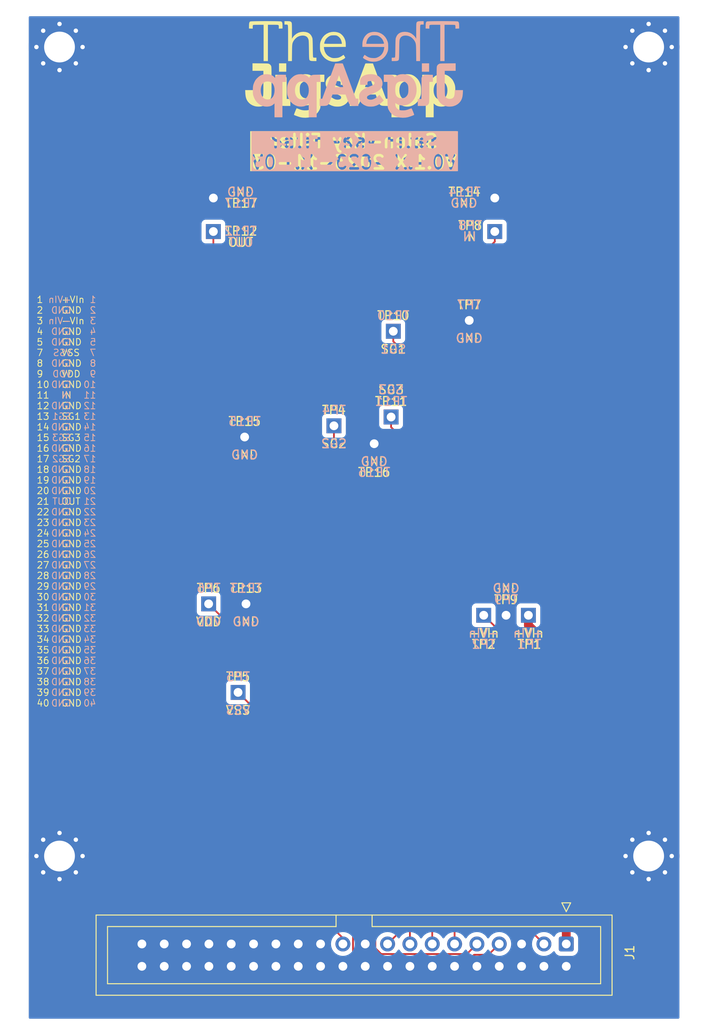
<source format=kicad_pcb>
(kicad_pcb (version 20221018) (generator pcbnew)
  (title_block (title "Salen-Key Filter") (date "2023-11-03") (rev "0.1.X") (company "TheJigsApp"))
  (layers (0 "F.Cu" signal) (31 "B.Cu" signal) (34 "B.Paste" user) (35 "F.Paste" user) (36 "B.SilkS" user "B.Silkscreen") (37 "F.SilkS" user "F.Silkscreen") (38 "B.Mask" user) (39 "F.Mask" user) (44 "Edge.Cuts" user))
  (net 0 "")
  (net 1 "+VIn")
  (net 2 "-VIn")
  (net 3 "GND")
  (net 4 "IN")
  (net 5 "OUT")
  (net 6 "SG1")
  (net 7 "SG2")
  (net 8 "SG3")
  (net 9 "VDD")
  (net 10 "VSS")
  (footprint "test-probes:R100-2W" (layer "F.Cu") (at 136.805 127.389)
    (fp_text reference "TP5" (at 0 -1.778 unlocked) (layer "F.SilkS"))
    (fp_text value "VSS")
    (fp_text user "${REFERENCE}" (at 0 -1.778 unlocked) (layer "B.SilkS") (effects (justify mirror)))
    (fp_text user "${VALUE}" (at 0 2.032 unlocked) (layer "B.SilkS") (effects (justify mirror)))
    (fp_text user "${VALUE}" (at 0 2.032 unlocked) (layer "F.SilkS"))
    (pad "1" thru_hole rect (at 0 0) (size 1.7 1.7) (drill 1) (layers "*.Cu" "*.Mask") (net 10 "VSS"))
  )
  (footprint "MountingHole_3.5mm_Pad_Via_Paste" (layer "F.Cu") (at 183.5 146)
    (fp_text reference "MH4")
    (fp_text value "Conn_01x01_Male")
    (pad "1" thru_hole circle (at -2.625 0) (size 0.8 0.8) (drill 0.5) (layers "*.Cu" "*.Mask") (net 3 "GND"))
    (pad "1" thru_hole circle (at -1.856155 -1.856155) (size 0.8 0.8) (drill 0.5) (layers "*.Cu" "*.Mask") (net 3 "GND"))
    (pad "1" thru_hole circle (at -1.856155 1.856155) (size 0.8 0.8) (drill 0.5) (layers "*.Cu" "*.Mask") (net 3 "GND"))
    (pad "1" thru_hole circle (at 0 -2.625) (size 0.8 0.8) (drill 0.5) (layers "*.Cu" "*.Mask") (net 3 "GND"))
    (pad "1" thru_hole circle (at 0 0) (size 7 7) (drill 3.5) (layers "*.Cu" "*.Mask") (net 3 "GND"))
    (pad "1" thru_hole circle (at 0 2.625) (size 0.8 0.8) (drill 0.5) (layers "*.Cu" "*.Mask") (net 3 "GND"))
    (pad "1" thru_hole circle (at 1.856155 -1.856155) (size 0.8 0.8) (drill 0.5) (layers "*.Cu" "*.Mask") (net 3 "GND"))
    (pad "1" thru_hole circle (at 1.856155 1.856155) (size 0.8 0.8) (drill 0.5) (layers "*.Cu" "*.Mask") (net 3 "GND"))
    (pad "1" thru_hole circle (at 2.625 0) (size 0.8 0.8) (drill 0.5) (layers "*.Cu" "*.Mask") (net 3 "GND"))
  )
  (footprint "test-probes:R100-2W" (layer "F.Cu") (at 147.7095 97.073)
    (fp_text reference "TP4" (at 0 -1.778 unlocked) (layer "F.SilkS"))
    (fp_text value "SG2")
    (fp_text user "${VALUE}" (at 0 2.032 unlocked) (layer "B.SilkS") (effects (justify mirror)))
    (fp_text user "${REFERENCE}" (at 0 -1.778 unlocked) (layer "B.SilkS") (effects (justify mirror)))
    (fp_text user "${VALUE}" (at 0 2.032 unlocked) (layer "F.SilkS"))
    (pad "1" thru_hole rect (at 0 0) (size 1.7 1.7) (drill 1) (layers "*.Cu" "*.Mask") (net 7 "SG2"))
  )
  (footprint "MountingHole_3.5mm_Pad_Via_Paste" (layer "F.Cu") (at 116.5 54)
    (fp_text reference "MH1")
    (fp_text value "Conn_01x01_Male")
    (pad "1" thru_hole circle (at -2.625 0) (size 0.8 0.8) (drill 0.5) (layers "*.Cu" "*.Mask") (net 3 "GND"))
    (pad "1" thru_hole circle (at -1.856155 -1.856155) (size 0.8 0.8) (drill 0.5) (layers "*.Cu" "*.Mask") (net 3 "GND"))
    (pad "1" thru_hole circle (at -1.856155 1.856155) (size 0.8 0.8) (drill 0.5) (layers "*.Cu" "*.Mask") (net 3 "GND"))
    (pad "1" thru_hole circle (at 0 -2.625) (size 0.8 0.8) (drill 0.5) (layers "*.Cu" "*.Mask") (net 3 "GND"))
    (pad "1" thru_hole circle (at 0 0) (size 7 7) (drill 3.5) (layers "*.Cu" "*.Mask") (net 3 "GND"))
    (pad "1" thru_hole circle (at 0 2.625) (size 0.8 0.8) (drill 0.5) (layers "*.Cu" "*.Mask") (net 3 "GND"))
    (pad "1" thru_hole circle (at 1.856155 -1.856155) (size 0.8 0.8) (drill 0.5) (layers "*.Cu" "*.Mask") (net 3 "GND"))
    (pad "1" thru_hole circle (at 1.856155 1.856155) (size 0.8 0.8) (drill 0.5) (layers "*.Cu" "*.Mask") (net 3 "GND"))
    (pad "1" thru_hole circle (at 2.625 0) (size 0.8 0.8) (drill 0.5) (layers "*.Cu" "*.Mask") (net 3 "GND"))
  )
  (footprint "test-probes:R100-2W" (layer "F.Cu") (at 133.998 71.171)
    (fp_text reference "TP17" (at 3.162 0.584 unlocked) (layer "F.SilkS"))
    (fp_text value "GND")
    (fp_text user "${REFERENCE}" (at 3.162 0.584 unlocked) (layer "B.SilkS") (effects (justify mirror)))
    (fp_text user "${VALUE}" (at 3.097 -0.686 unlocked) (layer "B.SilkS") (effects (justify mirror)))
    (fp_text user "${VALUE}" (at 3.097 -0.686 unlocked) (layer "F.SilkS"))
    (pad "1" thru_hole rect (at 0 0) (size 1.7 1.7) (drill 1) (layers "*.Cu" "*.Mask") (net 3 "GND"))
  )
  (footprint "MountingHole_3.5mm_Pad_Via_Paste" (layer "F.Cu") (at 116.5 146)
    (fp_text reference "MH2")
    (fp_text value "Conn_01x01_Male")
    (pad "1" thru_hole circle (at -2.625 0) (size 0.8 0.8) (drill 0.5) (layers "*.Cu" "*.Mask") (net 3 "GND"))
    (pad "1" thru_hole circle (at -1.856155 -1.856155) (size 0.8 0.8) (drill 0.5) (layers "*.Cu" "*.Mask") (net 3 "GND"))
    (pad "1" thru_hole circle (at -1.856155 1.856155) (size 0.8 0.8) (drill 0.5) (layers "*.Cu" "*.Mask") (net 3 "GND"))
    (pad "1" thru_hole circle (at 0 -2.625) (size 0.8 0.8) (drill 0.5) (layers "*.Cu" "*.Mask") (net 3 "GND"))
    (pad "1" thru_hole circle (at 0 0) (size 7 7) (drill 3.5) (layers "*.Cu" "*.Mask") (net 3 "GND"))
    (pad "1" thru_hole circle (at 0 2.625) (size 0.8 0.8) (drill 0.5) (layers "*.Cu" "*.Mask") (net 3 "GND"))
    (pad "1" thru_hole circle (at 1.856155 -1.856155) (size 0.8 0.8) (drill 0.5) (layers "*.Cu" "*.Mask") (net 3 "GND"))
    (pad "1" thru_hole circle (at 1.856155 1.856155) (size 0.8 0.8) (drill 0.5) (layers "*.Cu" "*.Mask") (net 3 "GND"))
    (pad "1" thru_hole circle (at 2.625 0) (size 0.8 0.8) (drill 0.5) (layers "*.Cu" "*.Mask") (net 3 "GND"))
  )
  (footprint "LOGO" (layer "F.Cu") (at 150 55.88)
    (fp_text reference "G***" hide)
    (fp_text value "LOGO" hide)
  )
  (footprint "test-probes:R100-2W" (layer "F.Cu") (at 133.998 74.981)
    (fp_text reference "TP12" (at 3.162 -0.051 unlocked) (layer "F.SilkS"))
    (fp_text value "OUT")
    (fp_text user "${VALUE}" (at 3.097 1.219 unlocked) (layer "B.SilkS") (effects (justify mirror)))
    (fp_text user "${REFERENCE}" (at 3.097 -0.051 unlocked) (layer "B.SilkS") (effects (justify mirror)))
    (fp_text user "${VALUE}" (at 3.097 1.219 unlocked) (layer "F.SilkS"))
    (pad "1" thru_hole rect (at 0 0) (size 1.7 1.7) (drill 1) (layers "*.Cu" "*.Mask") (net 5 "OUT"))
  )
  (footprint "board" (layer "F.Cu") (at 150 107.5)
    (fp_text reference "BOARD" hide)
    (fp_text value "BOARD" hide)
    (fp_line (start -37.5 -57.5) (end -37.5 57.5) (stroke (width 0.00001)) (layer "Edge.Cuts"))
    (fp_line (start -37.5 57.5) (end 37.5 57.5) (stroke (width 0.00001)) (layer "Edge.Cuts"))
    (fp_line (start 37.5 -57.5) (end -37.5 -57.5) (stroke (width 0.00001)) (layer "Edge.Cuts"))
    (fp_line (start 37.5 57.5) (end 37.5 -57.5) (stroke (width 0.00001)) (layer "Edge.Cuts"))
  )
  (footprint "test-probes:R100-2W" (layer "F.Cu") (at 169.825 118.618)
    (fp_text reference "TP1" (at 0.101 3.302 unlocked) (layer "F.SilkS"))
    (fp_text value "+VIn")
    (fp_text user "${REFERENCE}" (at 0.101 3.302 unlocked) (layer "B.SilkS") (effects (justify mirror)))
    (fp_text user "${VALUE}" (at 0 2.032 unlocked) (layer "B.SilkS") (effects (justify mirror)))
    (fp_text user "${VALUE}" (at 0 2.032 unlocked) (layer "F.SilkS"))
    (pad "1" thru_hole rect (at 0 0) (size 1.7 1.7) (drill 1) (layers "*.Cu" "*.Mask") (net 1 "+VIn"))
  )
  (footprint "test-probes:R100-2W" (layer "F.Cu") (at 166.002 71.171)
    (fp_text reference "TP14" (at -3.442 -0.686 unlocked) (layer "F.SilkS"))
    (fp_text value "GND")
    (fp_text user "${VALUE}" (at -3.507 0.584 unlocked) (layer "B.SilkS") (effects (justify mirror)))
    (fp_text user "${REFERENCE}" (at -3.442 -0.686 unlocked) (layer "B.SilkS") (effects (justify mirror)))
    (fp_text user "${VALUE}" (at -3.507 0.584 unlocked) (layer "F.SilkS"))
    (pad "1" thru_hole rect (at 0 0) (size 1.7 1.7) (drill 1) (layers "*.Cu" "*.Mask") (net 3 "GND"))
  )
  (footprint "test-probes:R100-2W" (layer "F.Cu") (at 137.554 98.349)
    (fp_text reference "TP15" (at 0 -1.778 unlocked) (layer "F.SilkS"))
    (fp_text value "GND")
    (fp_text user "${REFERENCE}" (at 0 -1.778 unlocked) (layer "B.SilkS") (effects (justify mirror)))
    (fp_text user "${VALUE}" (at 0 2.032 unlocked) (layer "B.SilkS") (effects (justify mirror)))
    (fp_text user "${VALUE}" (at 0 2.032 unlocked) (layer "F.SilkS"))
    (pad "1" thru_hole rect (at 0 0) (size 1.7 1.7) (drill 1) (layers "*.Cu" "*.Mask") (net 3 "GND"))
  )
  (footprint "test-probes:R100-2W" (layer "F.Cu") (at 167.285 118.618)
    (fp_text reference "TP9" (at 0 -1.778 unlocked) (layer "F.SilkS"))
    (fp_text value "GND")
    (fp_text user "${VALUE}" (at 0 -3.048 unlocked) (layer "B.SilkS") (effects (justify mirror)))
    (fp_text user "${REFERENCE}" (at 0 -1.778 unlocked) (layer "B.SilkS") (effects (justify mirror)))
    (fp_text user "${VALUE}" (at 0 -3.048 unlocked) (layer "F.SilkS"))
    (pad "1" thru_hole rect (at 0 0) (size 1.7 1.7) (drill 1) (layers "*.Cu" "*.Mask") (net 3 "GND"))
  )
  (footprint "MountingHole_3.5mm_Pad_Via_Paste" (layer "F.Cu") (at 183.5 54)
    (fp_text reference "MH3")
    (fp_text value "Conn_01x01_Male")
    (pad "1" thru_hole circle (at -2.625 0) (size 0.8 0.8) (drill 0.5) (layers "*.Cu" "*.Mask") (net 3 "GND"))
    (pad "1" thru_hole circle (at -1.856155 -1.856155) (size 0.8 0.8) (drill 0.5) (layers "*.Cu" "*.Mask") (net 3 "GND"))
    (pad "1" thru_hole circle (at -1.856155 1.856155) (size 0.8 0.8) (drill 0.5) (layers "*.Cu" "*.Mask") (net 3 "GND"))
    (pad "1" thru_hole circle (at 0 -2.625) (size 0.8 0.8) (drill 0.5) (layers "*.Cu" "*.Mask") (net 3 "GND"))
    (pad "1" thru_hole circle (at 0 0) (size 7 7) (drill 3.5) (layers "*.Cu" "*.Mask") (net 3 "GND"))
    (pad "1" thru_hole circle (at 0 2.625) (size 0.8 0.8) (drill 0.5) (layers "*.Cu" "*.Mask") (net 3 "GND"))
    (pad "1" thru_hole circle (at 1.856155 -1.856155) (size 0.8 0.8) (drill 0.5) (layers "*.Cu" "*.Mask") (net 3 "GND"))
    (pad "1" thru_hole circle (at 1.856155 1.856155) (size 0.8 0.8) (drill 0.5) (layers "*.Cu" "*.Mask") (net 3 "GND"))
    (pad "1" thru_hole circle (at 2.625 0) (size 0.8 0.8) (drill 0.5) (layers "*.Cu" "*.Mask") (net 3 "GND"))
  )
  (footprint "test-probes:R100-2W" (layer "F.Cu") (at 163.094 85.09)
    (fp_text reference "TP7" (at 0 -1.778 unlocked) (layer "F.SilkS"))
    (fp_text value "GND")
    (fp_text user "${VALUE}" (at 0 2.032 unlocked) (layer "B.SilkS") (effects (justify mirror)))
    (fp_text user "${REFERENCE}" (at 0 -1.778 unlocked) (layer "B.SilkS") (effects (justify mirror)))
    (fp_text user "${VALUE}" (at 0 2.032 unlocked) (layer "F.SilkS"))
    (pad "1" thru_hole rect (at 0 0) (size 1.7 1.7) (drill 1) (layers "*.Cu" "*.Mask") (net 3 "GND"))
  )
  (footprint "test-probes:R100-2W" (layer "F.Cu") (at 164.745 118.618)
    (fp_text reference "TP2" (at 0 3.302 unlocked) (layer "F.SilkS"))
    (fp_text value "-VIn")
    (fp_text user "${VALUE}" (at 0 2.032 unlocked) (layer "B.SilkS") (effects (justify mirror)))
    (fp_text user "${REFERENCE}" (at 0 3.302 unlocked) (layer "B.SilkS") (effects (justify mirror)))
    (fp_text user "${VALUE}" (at 0 2.032 unlocked) (layer "F.SilkS"))
    (pad "1" thru_hole rect (at 0 0) (size 1.7 1.7) (drill 1) (layers "*.Cu" "*.Mask") (net 2 "-VIn"))
  )
  (footprint "test-probes:R100-2W" (layer "F.Cu") (at 154.4595 86.323)
    (fp_text reference "TP10" (at 0 -1.778 unlocked) (layer "F.SilkS"))
    (fp_text value "SG1")
    (fp_text user "${VALUE}" (at 0 2.032 unlocked) (layer "B.SilkS") (effects (justify mirror)))
    (fp_text user "${REFERENCE}" (at 0 -1.778 unlocked) (layer "B.SilkS") (effects (justify mirror)))
    (fp_text user "${VALUE}" (at 0 2.032 unlocked) (layer "F.SilkS"))
    (pad "1" thru_hole rect (at 0 0) (size 1.7 1.7) (drill 1) (layers "*.Cu" "*.Mask") (net 6 "SG1"))
  )
  (footprint "test-probes:R100-2W" (layer "F.Cu") (at 133.4595 117.323)
    (fp_text reference "TP6" (at 0 -1.778 unlocked) (layer "F.SilkS"))
    (fp_text value "VDD")
    (fp_text user "${VALUE}" (at 0 2.032 unlocked) (layer "B.SilkS") (effects (justify mirror)))
    (fp_text user "${REFERENCE}" (at 0 -1.778 unlocked) (layer "B.SilkS") (effects (justify mirror)))
    (fp_text user "${VALUE}" (at 0 2.032 unlocked) (layer "F.SilkS"))
    (pad "1" thru_hole rect (at 0 0) (size 1.7 1.7) (drill 1) (layers "*.Cu" "*.Mask") (net 9 "VDD"))
  )
  (footprint "test-probes:R100-2W" (layer "F.Cu") (at 152.286 99.111)
    (fp_text reference "TP16" (at 0 3.251 unlocked) (layer "F.SilkS"))
    (fp_text value "GND")
    (fp_text user "${REFERENCE}" (at 0 3.251 unlocked) (layer "B.SilkS") (effects (justify mirror)))
    (fp_text user "${VALUE}" (at 0 2.032 unlocked) (layer "B.SilkS") (effects (justify mirror)))
    (fp_text user "${VALUE}" (at 0 2.032 unlocked) (layer "F.SilkS"))
    (pad "1" thru_hole rect (at 0 0) (size 1.7 1.7) (drill 1) (layers "*.Cu" "*.Mask") (net 3 "GND"))
  )
  (footprint "IDC-Header_2x20_P2.54mm_Vertical" (layer "F.Cu") (at 174.13 156 -90)
    (fp_text reference "J1" (at 0.972 -7.226 -90) (layer "F.SilkS"))
    (fp_text value "Conn_01x40_Female")
    (pad "1" thru_hole roundrect (at 0 0 270) (size 1.7 1.7) (drill 1) (layers "*.Cu" "*.Mask") (roundrect_rratio 0.147059) (net 1 "+VIn"))
    (pad "2" thru_hole circle (at 2.54 0 270) (size 1.7 1.7) (drill 1) (layers "*.Cu" "*.Mask") (net 3 "GND"))
    (pad "3" thru_hole circle (at 0 2.54 270) (size 1.7 1.7) (drill 1) (layers "*.Cu" "*.Mask") (net 2 "-VIn"))
    (pad "4" thru_hole circle (at 2.54 2.54 270) (size 1.7 1.7) (drill 1) (layers "*.Cu" "*.Mask") (net 3 "GND"))
    (pad "5" thru_hole circle (at 0 5.08 270) (size 1.7 1.7) (drill 1) (layers "*.Cu" "*.Mask") (net 3 "GND"))
    (pad "6" thru_hole circle (at 2.54 5.08 270) (size 1.7 1.7) (drill 1) (layers "*.Cu" "*.Mask") (net 3 "GND"))
    (pad "7" thru_hole circle (at 0 7.62 270) (size 1.7 1.7) (drill 1) (layers "*.Cu" "*.Mask") (net 10 "VSS"))
    (pad "8" thru_hole circle (at 2.54 7.62 270) (size 1.7 1.7) (drill 1) (layers "*.Cu" "*.Mask") (net 3 "GND"))
    (pad "9" thru_hole circle (at 0 10.16 270) (size 1.7 1.7) (drill 1) (layers "*.Cu" "*.Mask") (net 9 "VDD"))
    (pad "10" thru_hole circle (at 2.54 10.16 270) (size 1.7 1.7) (drill 1) (layers "*.Cu" "*.Mask") (net 3 "GND"))
    (pad "11" thru_hole circle (at 0 12.7 270) (size 1.7 1.7) (drill 1) (layers "*.Cu" "*.Mask") (net 4 "IN"))
    (pad "12" thru_hole circle (at 2.54 12.7 270) (size 1.7 1.7) (drill 1) (layers "*.Cu" "*.Mask") (net 3 "GND"))
    (pad "13" thru_hole circle (at 0 15.24 270) (size 1.7 1.7) (drill 1) (layers "*.Cu" "*.Mask") (net 6 "SG1"))
    (pad "14" thru_hole circle (at 2.54 15.24 270) (size 1.7 1.7) (drill 1) (layers "*.Cu" "*.Mask") (net 3 "GND"))
    (pad "15" thru_hole circle (at 0 17.78 270) (size 1.7 1.7) (drill 1) (layers "*.Cu" "*.Mask") (net 8 "SG3"))
    (pad "16" thru_hole circle (at 2.54 17.78 270) (size 1.7 1.7) (drill 1) (layers "*.Cu" "*.Mask") (net 3 "GND"))
    (pad "17" thru_hole circle (at 0 20.32 270) (size 1.7 1.7) (drill 1) (layers "*.Cu" "*.Mask") (net 7 "SG2"))
    (pad "18" thru_hole circle (at 2.54 20.32 270) (size 1.7 1.7) (drill 1) (layers "*.Cu" "*.Mask") (net 3 "GND"))
    (pad "19" thru_hole circle (at 0 22.86 270) (size 1.7 1.7) (drill 1) (layers "*.Cu" "*.Mask") (net 3 "GND"))
    (pad "20" thru_hole circle (at 2.54 22.86 270) (size 1.7 1.7) (drill 1) (layers "*.Cu" "*.Mask") (net 3 "GND"))
    (pad "21" thru_hole circle (at 0 25.4 270) (size 1.7 1.7) (drill 1) (layers "*.Cu" "*.Mask") (net 5 "OUT"))
    (pad "22" thru_hole circle (at 2.54 25.4 270) (size 1.7 1.7) (drill 1) (layers "*.Cu" "*.Mask") (net 3 "GND"))
    (pad "23" thru_hole circle (at 0 27.94 270) (size 1.7 1.7) (drill 1) (layers "*.Cu" "*.Mask") (net 3 "GND"))
    (pad "24" thru_hole circle (at 2.54 27.94 270) (size 1.7 1.7) (drill 1) (layers "*.Cu" "*.Mask") (net 3 "GND"))
    (pad "25" thru_hole circle (at 0 30.48 270) (size 1.7 1.7) (drill 1) (layers "*.Cu" "*.Mask") (net 3 "GND"))
    (pad "26" thru_hole circle (at 2.54 30.48 270) (size 1.7 1.7) (drill 1) (layers "*.Cu" "*.Mask") (net 3 "GND"))
    (pad "27" thru_hole circle (at 0 33.02 270) (size 1.7 1.7) (drill 1) (layers "*.Cu" "*.Mask") (net 3 "GND"))
    (pad "28" thru_hole circle (at 2.54 33.02 270) (size 1.7 1.7) (drill 1) (layers "*.Cu" "*.Mask") (net 3 "GND"))
    (pad "29" thru_hole circle (at 0 35.56 270) (size 1.7 1.7) (drill 1) (layers "*.Cu" "*.Mask") (net 3 "GND"))
    (pad "30" thru_hole circle (at 2.54 35.56 270) (size 1.7 1.7) (drill 1) (layers "*.Cu" "*.Mask") (net 3 "GND"))
    (pad "31" thru_hole circle (at 0 38.1 270) (size 1.7 1.7) (drill 1) (layers "*.Cu" "*.Mask") (net 3 "GND"))
    (pad "32" thru_hole circle (at 2.54 38.1 270) (size 1.7 1.7) (drill 1) (layers "*.Cu" "*.Mask") (net 3 "GND"))
    (pad "33" thru_hole circle (at 0 40.64 270) (size 1.7 1.7) (drill 1) (layers "*.Cu" "*.Mask") (net 3 "GND"))
    (pad "34" thru_hole circle (at 2.54 40.64 270) (size 1.7 1.7) (drill 1) (layers "*.Cu" "*.Mask") (net 3 "GND"))
    (pad "35" thru_hole circle (at 0 43.18 270) (size 1.7 1.7) (drill 1) (layers "*.Cu" "*.Mask") (net 3 "GND"))
    (pad "36" thru_hole circle (at 2.54 43.18 270) (size 1.7 1.7) (drill 1) (layers "*.Cu" "*.Mask") (net 3 "GND"))
    (pad "37" thru_hole circle (at 0 45.72 270) (size 1.7 1.7) (drill 1) (layers "*.Cu" "*.Mask") (net 3 "GND"))
    (pad "38" thru_hole circle (at 2.54 45.72 270) (size 1.7 1.7) (drill 1) (layers "*.Cu" "*.Mask") (net 3 "GND"))
    (pad "39" thru_hole circle (at 0 48.26 270) (size 1.7 1.7) (drill 1) (layers "*.Cu" "*.Mask") (net 3 "GND"))
    (pad "40" thru_hole circle (at 2.54 48.26 270) (size 1.7 1.7) (drill 1) (layers "*.Cu" "*.Mask") (net 3 "GND"))
  )
  (footprint "test-probes:R100-2W" (layer "F.Cu") (at 166.002 74.981)
    (fp_text reference "TP8" (at -2.807 -0.686 unlocked) (layer "F.SilkS"))
    (fp_text value "IN")
    (fp_text user "${VALUE}" (at -2.872 0.584 unlocked) (layer "B.SilkS") (effects (justify mirror)))
    (fp_text user "${REFERENCE}" (at -2.807 -0.686 unlocked) (layer "B.SilkS") (effects (justify mirror)))
    (fp_text user "${VALUE}" (at -2.872 0.584 unlocked) (layer "F.SilkS"))
    (pad "1" thru_hole rect (at 0 0) (size 1.7 1.7) (drill 1) (layers "*.Cu" "*.Mask") (net 4 "IN"))
  )
  (footprint "test-probes:R100-2W" (layer "F.Cu") (at 137.7095 117.323)
    (fp_text reference "TP13" (at 0 -1.778 unlocked) (layer "F.SilkS"))
    (fp_text value "GND")
    (fp_text user "${REFERENCE}" (at 0 -1.778 unlocked) (layer "B.SilkS") (effects (justify mirror)))
    (fp_text user "${VALUE}" (at 0 2.032 unlocked) (layer "B.SilkS") (effects (justify mirror)))
    (fp_text user "${VALUE}" (at 0 2.032 unlocked) (layer "F.SilkS"))
    (pad "1" thru_hole rect (at 0 0) (size 1.7 1.7) (drill 1) (layers "*.Cu" "*.Mask") (net 3 "GND"))
  )
  (footprint "test-probes:R100-2W" (layer "F.Cu") (at 154.2095 96.073)
    (fp_text reference "TP11" (at 0 -1.778 unlocked) (layer "F.SilkS"))
    (fp_text value "SG3")
    (fp_text user "${REFERENCE}" (at 0 -1.778 unlocked) (layer "B.SilkS") (effects (justify mirror)))
    (fp_text user "${VALUE}" (at 0 -3.109 unlocked) (layer "B.SilkS") (effects (justify mirror)))
    (fp_text user "${VALUE}" (at 0 -3.109 unlocked) (layer "F.SilkS"))
    (pad "1" thru_hole rect (at 0 0) (size 1.7 1.7) (drill 1) (layers "*.Cu" "*.Mask") (net 8 "SG3"))
  )
  (footprint "LOGO" (layer "B.Cu") (at 150 55.88 180)
    (fp_text reference "G***" hide)
    (fp_text value "LOGO" hide)
  )
  (gr_text "Salen-Key Filter\nV0.1.X ${ISSUE_DATE}" (at 150 68) (layer "B.SilkS" knockout) (effects (font (size 1.5 1.5) (thickness 0.3) bold) (justify bottom mirror)))
  (gr_text "Salen-Key Filter\nV0.1.X ${ISSUE_DATE}" (at 150 68) (layer "F.SilkS" knockout) (effects (font (size 1.5 1.5) (thickness 0.3) bold) (justify bottom)))
  (gr_text_box "1	+VIn\n2	GND\n3	-VIn\n4	GND\n5	GND\n7	VSS\n8	GND\n9	VDD\n10	GND\n11	IN\n12	GND\n13	SG1\n14 	GND\n15	SG3\n16	GND\n17	SG2\n18	GND\n19	GND\n20	GND\n21	OUT\n22	GND\n23	GND\n24	GND\n25	GND\n26	GND\n27	GND\n28	GND\n29	GND\n30	GND\n31	GND\n32	GND\n33	GND\n34	GND\n35	GND\n36	GND\n37	GND\n38	GND\n39	GND\n40	GND" (start 112.522 81.7245) (end 121.285 131.1275) (layer "B.SilkS") (effects (font (size 0.75 0.75) (thickness 0.1)) (justify left top mirror)))
  (gr_text_box "1	+VIn\n2	GND\n3	-VIn\n4	GND\n5	GND\n7	VSS\n8	GND\n9	VDD\n10	GND\n11	IN\n12	GND\n13	SG1\n14 	GND\n15	SG3\n16	GND\n17	SG2\n18	GND\n19	GND\n20	GND\n21	OUT\n22	GND\n23	GND\n24	GND\n25	GND\n26	GND\n27	GND\n28	GND\n29	GND\n30	GND\n31	GND\n32	GND\n33	GND\n34	GND\n35	GND\n36	GND\n37	GND\n38	GND\n39	GND\n40	GND" (start 113.284 81.7245) (end 124.079 131.1275) (layer "F.SilkS") (effects (font (size 0.75 0.75) (thickness 0.1)) (justify left top)))
  (segment (start 169.825 118.618) (end 169.825 119.7697) (width 1) (layer "F.Cu") (net 1))
  (segment (start 174.13 156) (end 174.13 124.0747) (width 1) (layer "F.Cu") (net 1))
  (segment (start 174.13 124.0747) (end 169.825 119.7697) (width 1) (layer "F.Cu") (net 1))
  (segment (start 167.78 121.653) (end 164.745 118.618) (width 0.2) (layer "F.Cu") (net 2))
  (segment (start 167.78 152.19) (end 167.78 121.653) (width 0.2) (layer "F.Cu") (net 2))
  (segment (start 171.59 156) (end 167.78 152.19) (width 0.2) (layer "F.Cu") (net 2))
  (segment (start 166.002 74.981) (end 166.002 76.1327) (width 0.2) (layer "F.Cu") (net 4))
  (segment (start 161.43 80.7047) (end 166.002 76.1327) (width 0.2) (layer "F.Cu") (net 4))
  (segment (start 161.43 156) (end 161.43 80.7047) (width 0.2) (layer "F.Cu") (net 4))
  (segment (start 133.998 89.2779) (end 133.998 74.981) (width 0.2) (layer "F.Cu") (net 5))
  (segment (start 148.73 155.334) (end 130.81 137.414) (width 0.2) (layer "F.Cu") (net 5))
  (segment (start 130.81 92.4659) (end 133.998 89.2779) (width 0.2) (layer "F.Cu") (net 5))
  (segment (start 130.81 137.414) (end 130.81 92.4659) (width 0.2) (layer "F.Cu") (net 5))
  (segment (start 148.73 156) (end 148.73 155.334) (width 0.2) (layer "F.Cu") (net 5))
  (segment (start 158.89 91.9052) (end 154.4595 87.4747) (width 0.2) (layer "F.Cu") (net 6))
  (segment (start 158.89 156) (end 158.89 91.9052) (width 0.2) (layer "F.Cu") (net 6))
  (segment (start 154.4595 86.323) (end 154.4595 87.4747) (width 0.2) (layer "F.Cu") (net 6))
  (segment (start 147.7095 104.7835) (end 147.7095 97.073) (width 0.2) (layer "F.Cu") (net 7))
  (segment (start 154.94 154.87) (end 154.94 112.014) (width 0.2) (layer "F.Cu") (net 7))
  (segment (start 153.81 156) (end 154.94 154.87) (width 0.2) (layer "F.Cu") (net 7))
  (segment (start 154.94 112.014) (end 147.7095 104.7835) (width 0.2) (layer "F.Cu") (net 7))
  (segment (start 154.2095 97.2247) (end 156.35 99.3652) (width 0.2) (layer "F.Cu") (net 8))
  (segment (start 156.35 99.3652) (end 156.35 156) (width 0.2) (layer "F.Cu") (net 8))
  (segment (start 154.2095 96.073) (end 154.2095 97.2247) (width 0.2) (layer "F.Cu") (net 8))
  (segment (start 152.42 136.2835) (end 133.4595 117.323) (width 0.2) (layer "F.Cu") (net 9))
  (segment (start 163.97 156) (end 162.824656 157.145344) (width 0.2) (layer "F.Cu") (net 9))
  (segment (start 152.42 156.474698) (end 152.42 136.2835) (width 0.2) (layer "F.Cu") (net 9))
  (segment (start 153.090646 157.145344) (end 152.42 156.474698) (width 0.2) (layer "F.Cu") (net 9))
  (segment (start 162.824656 157.145344) (end 153.090646 157.145344) (width 0.2) (layer "F.Cu") (net 9))
  (segment (start 165.284 157.226) (end 166.51 156) (width 0.2) (layer "F.Cu") (net 10))
  (segment (start 149.88 158.774698) (end 150.790646 159.685344) (width 0.2) (layer "F.Cu") (net 10))
  (segment (start 150.790646 159.685344) (end 162.149354 159.685344) (width 0.2) (layer "F.Cu") (net 10))
  (segment (start 136.805 127.389) (end 149.88 140.464) (width 0.2) (layer "F.Cu") (net 10))
  (segment (start 162.149354 159.685344) (end 162.82 159.014698) (width 0.2) (layer "F.Cu") (net 10))
  (segment (start 163.659302 157.226) (end 165.284 157.226) (width 0.2) (layer "F.Cu") (net 10))
  (segment (start 149.88 140.464) (end 149.88 158.774698) (width 0.2) (layer "F.Cu") (net 10))
  (segment (start 162.82 158.065302) (end 163.659302 157.226) (width 0.2) (layer "F.Cu") (net 10))
  (segment (start 162.82 159.014698) (end 162.82 158.065302) (width 0.2) (layer "F.Cu") (net 10))
  (zone (net 3) (net_name "GND") (layer "B.Cu") (connect_pads yes (clearance 0.5)) (min_thickness 0.25) (fill yes (thermal_gap 0.5) (thermal_bridge_width 0.5))
    (polygon (pts (xy 112.499995 50) (xy 112.499996 49.999996) (xy 112.5 49.999995) (xy 187.5 49.999995) (xy 187.500004 49.999996) (xy 187.500005 50) (xy 187.500005 165) (xy 187.500004 165.000004) (xy 187.5 165.000005) (xy 112.5 165.000005) (xy 112.499996 165.000004) (xy 112.499995 165)))
  )
)
</source>
